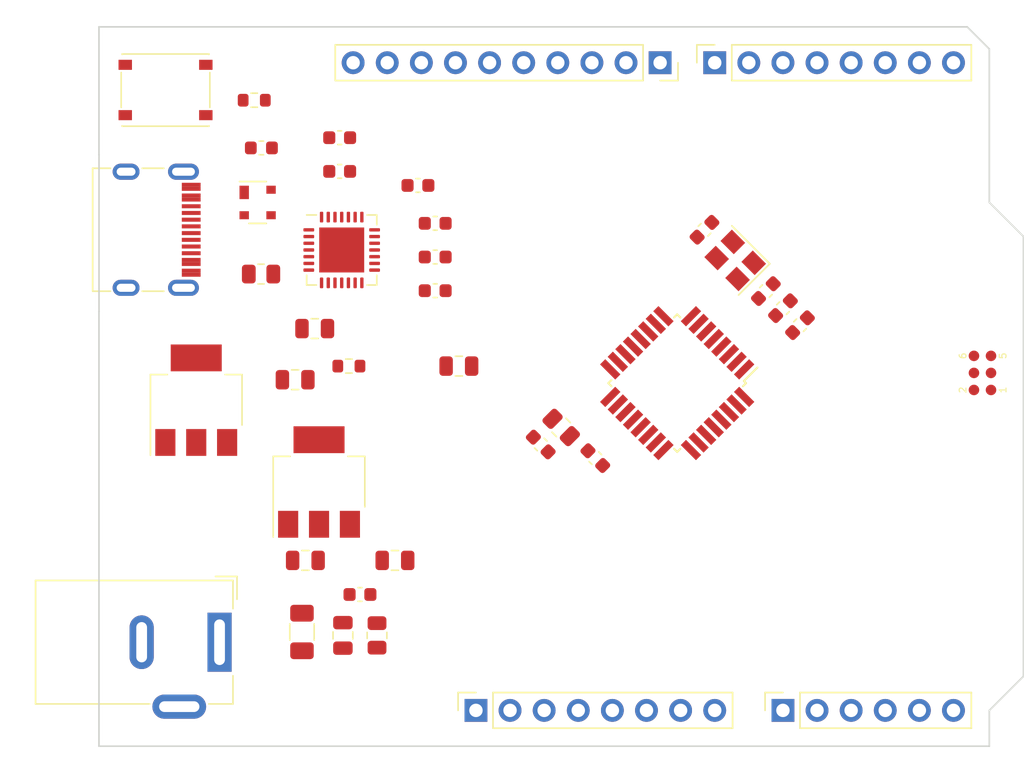
<source format=kicad_pcb>
(kicad_pcb (version 20221018) (generator pcbnew)
  (layers (0 "F.Cu" signal) (31 "B.Cu" signal) (34 "B.Paste" user) (35 "F.Paste" user) (36 "B.SilkS" user "B.Silkscreen") (37 "F.SilkS" user "F.Silkscreen") (38 "B.Mask" user) (39 "F.Mask" user) (44 "Edge.Cuts" user))
  (net 0 "")
  (net 1 "+5V")
  (net 2 "GND")
  (net 3 "/AREF")
  (net 4 "Net-(C101-Pad1)")
  (net 5 "/XTAL1")
  (net 6 "/XTAL2")
  (net 7 "VBUS")
  (net 8 "+3V3")
  (net 9 "Net-(C201-Pad1)")
  (net 10 "/CP2102 - USB to TTL/D_P")
  (net 11 "/CP2102 - USB to TTL/D_N")
  (net 12 "Net-(F101-Pad1)")
  (net 13 "/~{RESET}")
  (net 14 "/PD0")
  (net 15 "/PD1")
  (net 16 "/PD2")
  (net 17 "/PD3")
  (net 18 "/PD4")
  (net 19 "/PD5")
  (net 20 "/PD6")
  (net 21 "/PD7")
  (net 22 "/PC0")
  (net 23 "/PC1")
  (net 24 "/PC2")
  (net 25 "/PC3")
  (net 26 "/PC4")
  (net 27 "/PC5")
  (net 28 "/PB0")
  (net 29 "/PB1")
  (net 30 "/PB2")
  (net 31 "/PB3")
  (net 32 "/PB4")
  (net 33 "/PB5")
  (net 34 "/ADC6")
  (net 35 "/ADC7")
  (net 36 "Net-(J201-CC1)")
  (net 38 "Net-(J201-CC2)")
  (net 41 "Net-(SW101-A)")
  (net 63 "Net-(U301-VDD)")
  (net 64 "Net-(D201-K-Pad4)")
  (net 65 "Net-(U103-AVCC)")
  (footprint "Resistor_SMD:R_0603_1608Metric" (layer "F.Cu") (at 104.839 89.916)
    (fp_text reference "R102" hide)
    (fp_text value "330")
    (fp_line (start -0.237258 -0.5225) (end 0.237258 -0.5225) (stroke (width 0.12)) (layer "F.SilkS"))
    (fp_line (start -0.237258 0.5225) (end 0.237258 0.5225) (stroke (width 0.12)) (layer "F.SilkS"))
    (pad "1" smd roundrect (at -0.825 0) (size 0.8 0.95) (layers "F.Cu" "F.Paste" "F.Mask") (net 13 "/~{RESET}"))
    (pad "2" smd roundrect (at 0.825 0) (size 0.8 0.95) (layers "F.Cu" "F.Paste" "F.Mask") (net 41 "Net-(SW101-A)"))
  )
  (footprint "Resistor_SMD:R_0805_2012Metric" (layer "F.Cu") (at 120.65 94.488 135)
    (fp_text reference "FB102" hide)
    (fp_text value "FerriteBead_Small")
    (fp_line (start -0.227064 -0.735) (end 0.227064 -0.735) (stroke (width 0.12)) (layer "F.SilkS"))
    (fp_line (start -0.227064 0.735) (end 0.227064 0.735) (stroke (width 0.12)) (layer "F.SilkS"))
    (pad "1" smd roundrect (at -0.9125 0 135) (size 1.025 1.4) (layers "F.Cu" "F.Paste" "F.Mask") (roundrect_rratio 0.243902) (net 65 "Net-(U103-AVCC)"))
    (pad "2" smd roundrect (at 0.9125 0 135) (size 1.025 1.4) (layers "F.Cu" "F.Paste" "F.Mask") (roundrect_rratio 0.243902) (net 1 "+5V"))
  )
  (footprint "Capacitor_SMD:C_0603_1608Metric" (layer "F.Cu") (at 111.265 79.278)
    (fp_text reference "C301" hide)
    (fp_text value "100nF")
    (fp_line (start -0.14058 -0.51) (end 0.14058 -0.51) (stroke (width 0.12)) (layer "F.SilkS"))
    (fp_line (start -0.14058 0.51) (end 0.14058 0.51) (stroke (width 0.12)) (layer "F.SilkS"))
    (pad "1" smd roundrect (at -0.775 0) (size 0.9 0.95) (layers "F.Cu" "F.Paste" "F.Mask") (net 63 "Net-(U301-VDD)"))
    (pad "2" smd roundrect (at 0.775 0) (size 0.9 0.95) (layers "F.Cu" "F.Paste" "F.Mask") (net 2 "GND"))
  )
  (footprint "Connector_PinSocket_2.54mm:PinSocket_1x08_P2.54mm_Vertical" (layer "F.Cu") (at 114.3 115.57 90)
    (fp_text reference "J105" hide)
    (fp_text value "Conn_01x08")
    (fp_line (start -1.33 1.27) (end -1.33 19.11) (stroke (width 0.12)) (layer "F.SilkS"))
    (fp_line (start -1.33 1.27) (end 1.33 1.27) (stroke (width 0.12)) (layer "F.SilkS"))
    (fp_line (start -1.33 19.11) (end 1.33 19.11) (stroke (width 0.12)) (layer "F.SilkS"))
    (fp_line (start 0 -1.33) (end 1.33 -1.33) (stroke (width 0.12)) (layer "F.SilkS"))
    (fp_line (start 1.33 -1.33) (end 1.33 0) (stroke (width 0.12)) (layer "F.SilkS"))
    (fp_line (start 1.33 1.27) (end 1.33 19.11) (stroke (width 0.12)) (layer "F.SilkS"))
    (pad "1" thru_hole rect locked (at 0 0 90) (size 1.7 1.7) (drill 1) (layers "*.Cu" "*.Mask"))
    (pad "2" thru_hole oval locked (at 0 2.54 90) (size 1.7 1.7) (drill 1) (layers "*.Cu" "*.Mask") (net 1 "+5V"))
    (pad "3" thru_hole oval locked (at 0 5.08 90) (size 1.7 1.7) (drill 1) (layers "*.Cu" "*.Mask") (net 13 "/~{RESET}"))
    (pad "4" thru_hole oval locked (at 0 7.62 90) (size 1.7 1.7) (drill 1) (layers "*.Cu" "*.Mask") (net 8 "+3V3"))
    (pad "5" thru_hole oval locked (at 0 10.16 90) (size 1.7 1.7) (drill 1) (layers "*.Cu" "*.Mask") (net 1 "+5V"))
    (pad "6" thru_hole oval locked (at 0 12.7 90) (size 1.7 1.7) (drill 1) (layers "*.Cu" "*.Mask") (net 2 "GND"))
    (pad "7" thru_hole oval locked (at 0 15.24 90) (size 1.7 1.7) (drill 1) (layers "*.Cu" "*.Mask") (net 2 "GND"))
    (pad "8" thru_hole oval locked (at 0 17.78 90) (size 1.7 1.7) (drill 1) (layers "*.Cu" "*.Mask"))
  )
  (footprint "Capacitor_SMD:C_0603_1608Metric" (layer "F.Cu") (at 119.126 95.758 -45)
    (fp_text reference "C112" hide)
    (fp_text value "100nF")
    (fp_line (start -0.14058 -0.51) (end 0.14058 -0.51) (stroke (width 0.12)) (layer "F.SilkS"))
    (fp_line (start -0.14058 0.51) (end 0.14058 0.51) (stroke (width 0.12)) (layer "F.SilkS"))
    (pad "1" smd roundrect (at -0.775 0 315) (size 0.9 0.95) (layers "F.Cu" "F.Paste" "F.Mask") (net 1 "+5V"))
    (pad "2" smd roundrect (at 0.775 0 315) (size 0.9 0.95) (layers "F.Cu" "F.Paste" "F.Mask") (net 2 "GND"))
  )
  (footprint "Capacitor_SMD:C_0805_2012Metric" (layer "F.Cu") (at 108.27 104.394)
    (fp_text reference "C103" hide)
    (fp_text value "10uF")
    (fp_line (start -0.261252 -0.735) (end 0.261252 -0.735) (stroke (width 0.12)) (layer "F.SilkS"))
    (fp_line (start -0.261252 0.735) (end 0.261252 0.735) (stroke (width 0.12)) (layer "F.SilkS"))
    (pad "1" smd roundrect (at -0.95 0) (size 1 1.45) (layers "F.Cu" "F.Paste" "F.Mask") (net 7 "VBUS"))
    (pad "2" smd roundrect (at 0.95 0) (size 1 1.45) (layers "F.Cu" "F.Paste" "F.Mask") (net 2 "GND"))
  )
  (footprint "Resistor_SMD:R_0805_2012Metric" (layer "F.Cu") (at 98.298 83.058)
    (fp_text reference "FB201" hide)
    (fp_text value "FerriteBead_Small")
    (fp_line (start -0.227064 -0.735) (end 0.227064 -0.735) (stroke (width 0.12)) (layer "F.SilkS"))
    (fp_line (start -0.227064 0.735) (end 0.227064 0.735) (stroke (width 0.12)) (layer "F.SilkS"))
    (pad "1" smd roundrect (at -0.9125 0) (size 1.025 1.4) (layers "F.Cu" "F.Paste" "F.Mask") (roundrect_rratio 0.243902) (net 9 "Net-(C201-Pad1)"))
    (pad "2" smd roundrect (at 0.9125 0) (size 1.025 1.4) (layers "F.Cu" "F.Paste" "F.Mask") (roundrect_rratio 0.243902) (net 7 "VBUS"))
  )
  (footprint "Package_TO_SOT_SMD:SOT-223-3_TabPin2" (layer "F.Cu") (at 102.616 98.552 90)
    (fp_text reference "U101" hide)
    (fp_text value "AMS1117-5.0")
    (fp_line (start -4.1 -3.41) (end 1.91 -3.41) (stroke (width 0.12)) (layer "F.SilkS"))
    (fp_line (start -1.85 3.41) (end 1.91 3.41) (stroke (width 0.12)) (layer "F.SilkS"))
    (fp_line (start 1.91 -3.41) (end 1.91 -2.15) (stroke (width 0.12)) (layer "F.SilkS"))
    (fp_line (start 1.91 3.41) (end 1.91 2.15) (stroke (width 0.12)) (layer "F.SilkS"))
    (pad "1" smd rect (at -3.15 -2.3 90) (size 2 1.5) (layers "F.Cu" "F.Paste" "F.Mask") (net 2 "GND"))
    (pad "2" smd rect (at -3.15 0 90) (size 2 1.5) (layers "F.Cu" "F.Paste" "F.Mask") (net 1 "+5V"))
    (pad "2" smd rect (at 3.15 0 90) (size 2 3.8) (layers "F.Cu" "F.Paste" "F.Mask") (net 1 "+5V"))
    (pad "3" smd rect (at -3.15 2.3 90) (size 2 1.5) (layers "F.Cu" "F.Paste" "F.Mask") (net 7 "VBUS"))
  )
  (footprint "Connector_TAG:TC2030-IDC-NL" (layer "F.Cu") (at 152.019 90.424 90)
    (fp_text reference "J106" hide)
    (fp_text value "AVR-ISP-6")
    (fp_text user "2" (at -1.27 -1.4605 90) (layer "F.SilkS") (effects (font (size 0.5 0.5) (thickness 0.08))))
    (fp_text user "6" (at 1.27 -1.4605 90) (layer "F.SilkS") (effects (font (size 0.5 0.5) (thickness 0.08))))
    (fp_text user "5" (at 1.27 1.524 90) (layer "F.SilkS") (effects (font (size 0.5 0.5) (thickness 0.08))))
    (fp_text user "1" (at -1.27 1.524 90) (layer "F.SilkS") (effects (font (size 0.5 0.5) (thickness 0.08))))
    (pad "" np_thru_hole circle (at -2.54 0 90) (size 0.991 0.991) (drill 0.991) (layers "*.Cu" "*.Mask"))
    (pad "" np_thru_hole circle (at 2.54 -1.015 90) (size 0.991 0.991) (drill 0.991) (layers "*.Cu" "*.Mask"))
    (pad "" np_thru_hole circle (at 2.54 1.015 90) (size 0.991 0.991) (drill 0.991) (layers "*.Cu" "*.Mask"))
    (pad "1" smd circle (at -1.27 0.635 90) (size 0.787 0.787) (layers "F.Cu" "F.Mask") (net 32 "/PB4"))
    (pad "2" smd circle (at -1.27 -0.635 90) (size 0.787 0.787) (layers "F.Cu" "F.Mask") (net 1 "+5V"))
    (pad "3" smd circle (at 0 0.635 90) (size 0.787 0.787) (layers "F.Cu" "F.Mask") (net 33 "/PB5"))
    (pad "4" smd circle (at 0 -0.635 90) (size 0.787 0.787) (layers "F.Cu" "F.Mask") (net 31 "/PB3"))
    (pad "5" smd circle (at 1.27 0.635 90) (size 0.787 0.787) (layers "F.Cu" "F.Mask") (net 13 "/~{RESET}"))
    (pad "6" smd circle (at 1.27 -0.635 90) (size 0.787 0.787) (layers "F.Cu" "F.Mask") (net 2 "GND"))
  )
  (footprint "Connector_PinSocket_2.54mm:PinSocket_1x10_P2.54mm_Vertical" (layer "F.Cu") (at 128.016 67.31 -90)
    (fp_text reference "J104" hide)
    (fp_text value "Conn_01x10")
    (fp_line (start -1.33 1.27) (end -1.33 24.19) (stroke (width 0.12)) (layer "F.SilkS"))
    (fp_line (start -1.33 1.27) (end 1.33 1.27) (stroke (width 0.12)) (layer "F.SilkS"))
    (fp_line (start -1.33 24.19) (end 1.33 24.19) (stroke (width 0.12)) (layer "F.SilkS"))
    (fp_line (start 0 -1.33) (end 1.33 -1.33) (stroke (width 0.12)) (layer "F.SilkS"))
    (fp_line (start 1.33 -1.33) (end 1.33 0) (stroke (width 0.12)) (layer "F.SilkS"))
    (fp_line (start 1.33 1.27) (end 1.33 24.19) (stroke (width 0.12)) (layer "F.SilkS"))
    (pad "1" thru_hole rect locked (at 0 0 270) (size 1.7 1.7) (drill 1) (layers "*.Cu" "*.Mask") (net 28 "/PB0"))
    (pad "2" thru_hole oval locked (at 0 2.54 270) (size 1.7 1.7) (drill 1) (layers "*.Cu" "*.Mask") (net 29 "/PB1"))
    (pad "3" thru_hole oval locked (at 0 5.08 270) (size 1.7 1.7) (drill 1) (layers "*.Cu" "*.Mask") (net 30 "/PB2"))
    (pad "4" thru_hole oval locked (at 0 7.62 270) (size 1.7 1.7) (drill 1) (layers "*.Cu" "*.Mask") (net 31 "/PB3"))
    (pad "5" thru_hole oval locked (at 0 10.16 270) (size 1.7 1.7) (drill 1) (layers "*.Cu" "*.Mask") (net 32 "/PB4"))
    (pad "6" thru_hole oval locked (at 0 12.7 270) (size 1.7 1.7) (drill 1) (layers "*.Cu" "*.Mask") (net 33 "/PB5"))
    (pad "7" thru_hole oval locked (at 0 15.24 270) (size 1.7 1.7) (drill 1) (layers "*.Cu" "*.Mask") (net 2 "GND"))
    (pad "8" thru_hole oval locked (at 0 17.78 270) (size 1.7 1.7) (drill 1) (layers "*.Cu" "*.Mask") (net 3 "/AREF"))
    (pad "9" thru_hole oval locked (at 0 20.32 270) (size 1.7 1.7) (drill 1) (layers "*.Cu" "*.Mask") (net 34 "/ADC6"))
    (pad "10" thru_hole oval locked (at 0 22.86 270) (size 1.7 1.7) (drill 1) (layers "*.Cu" "*.Mask") (net 35 "/ADC7"))
  )
  (footprint "Package_QFP:TQFP-32_7x7mm_P0.8mm" (layer "F.Cu") (at 129.286 91.186 -135)
    (fp_text reference "U103" hide)
    (fp_text value "ATmega328P-AU")
    (fp_line (start -3.625 -3.625) (end -3.625 -3.4) (stroke (width 0.15)) (layer "F.SilkS"))
    (fp_line (start -3.625 -3.625) (end -3.3 -3.625) (stroke (width 0.15)) (layer "F.SilkS"))
    (fp_line (start -3.625 -3.4) (end -5.05 -3.4) (stroke (width 0.15)) (layer "F.SilkS"))
    (fp_line (start -3.625 3.625) (end -3.625 3.3) (stroke (width 0.15)) (layer "F.SilkS"))
    (fp_line (start -3.625 3.625) (end -3.3 3.625) (stroke (width 0.15)) (layer "F.SilkS"))
    (fp_line (start 3.625 -3.625) (end 3.3 -3.625) (stroke (width 0.15)) (layer "F.SilkS"))
    (fp_line (start 3.625 -3.625) (end 3.625 -3.3) (stroke (width 0.15)) (layer "F.SilkS"))
    (fp_line (start 3.625 3.625) (end 3.3 3.625) (stroke (width 0.15)) (layer "F.SilkS"))
    (fp_line (start 3.625 3.625) (end 3.625 3.3) (stroke (width 0.15)) (layer "F.SilkS"))
    (pad "1" smd rect (at -4.25 -2.8 225) (size 1.6 0.55) (layers "F.Cu" "F.Paste" "F.Mask") (net 17 "/PD3"))
    (pad "2" smd rect (at -4.25 -2 225) (size 1.6 0.55) (layers "F.Cu" "F.Paste" "F.Mask") (net 18 "/PD4"))
    (pad "3" smd rect (at -4.25 -1.2 225) (size 1.6 0.55) (layers "F.Cu" "F.Paste" "F.Mask") (net 2 "GND"))
    (pad "4" smd rect (at -4.25 -0.4 225) (size 1.6 0.55) (layers "F.Cu" "F.Paste" "F.Mask") (net 1 "+5V"))
    (pad "5" smd rect (at -4.25 0.4 225) (size 1.6 0.55) (layers "F.Cu" "F.Paste" "F.Mask") (net 2 "GND"))
    (pad "6" smd rect (at -4.25 1.2 225) (size 1.6 0.55) (layers "F.Cu" "F.Paste" "F.Mask") (net 1 "+5V"))
    (pad "7" smd rect (at -4.25 2 225) (size 1.6 0.55) (layers "F.Cu" "F.Paste" "F.Mask") (net 5 "/XTAL1"))
    (pad "8" smd rect (at -4.25 2.8 225) (size 1.6 0.55) (layers "F.Cu" "F.Paste" "F.Mask") (net 6 "/XTAL2"))
    (pad "9" smd rect (at -2.8 4.25 315) (size 1.6 0.55) (layers "F.Cu" "F.Paste" "F.Mask") (net 19 "/PD5"))
    (pad "10" smd rect (at -2 4.25 315) (size 1.6 0.55) (layers "F.Cu" "F.Paste" "F.Mask") (net 20 "/PD6"))
    (pad "11" smd rect (at -1.2 4.25 315) (size 1.6 0.55) (layers "F.Cu" "F.Paste" "F.Mask") (net 21 "/PD7"))
    (pad "12" smd rect (at -0.4 4.25 315) (size 1.6 0.55) (layers "F.Cu" "F.Paste" "F.Mask") (net 28 "/PB0"))
    (pad "13" smd rect (at 0.4 4.25 315) (size 1.6 0.55) (layers "F.Cu" "F.Paste" "F.Mask") (net 29 "/PB1"))
    (pad "14" smd rect (at 1.2 4.25 315) (size 1.6 0.55) (layers "F.Cu" "F.Paste" "F.Mask") (net 30 "/PB2"))
    (pad "15" smd rect (at 2 4.25 315) (size 1.6 0.55) (layers "F.Cu" "F.Paste" "F.Mask") (net 31 "/PB3"))
    (pad "16" smd rect (at 2.8 4.25 315) (size 1.6 0.55) (layers "F.Cu" "F.Paste" "F.Mask") (net 32 "/PB4"))
    (pad "17" smd rect (at 4.25 2.8 225) (size 1.6 0.55) (layers "F.Cu" "F.Paste" "F.Mask") (net 33 "/PB5"))
    (pad "18" smd rect (at 4.25 2 225) (size 1.6 0.55) (layers "F.Cu" "F.Paste" "F.Mask") (net 65 "Net-(U103-AVCC)"))
    (pad "19" smd rect (at 4.25 1.2 225) (size 1.6 0.55) (layers "F.Cu" "F.Paste" "F.Mask") (net 34 "/ADC6"))
    (pad "20" smd rect (at 4.25 0.4 225) (size 1.6 0.55) (layers "F.Cu" "F.Paste" "F.Mask") (net 3 "/AREF"))
    (pad "21" smd rect (at 4.25 -0.4 225) (size 1.6 0.55) (layers "F.Cu" "F.Paste" "F.Mask") (net 2 "GND"))
    (pad "22" smd rect (at 4.25 -1.2 225) (size 1.6 0.55) (layers "F.Cu" "F.Paste" "F.Mask") (net 35 "/ADC7"))
    (pad "23" smd rect (at 4.25 -2 225) (size 1.6 0.55) (layers "F.Cu" "F.Paste" "F.Mask") (net 22 "/PC0"))
    (pad "24" smd rect (at 4.25 -2.8 225) (size 1.6 0.55) (layers "F.Cu" "F.Paste" "F.Mask") (net 23 "/PC1"))
    (pad "25" smd rect (at 2.8 -4.25 315) (size 1.6 0.55) (layers "F.Cu" "F.Paste" "F.Mask") (net 24 "/PC2"))
    (pad "26" smd rect (at 2 -4.25 315) (size 1.6 0.55) (layers "F.Cu" "F.Paste" "F.Mask") (net 25 "/PC3"))
    (pad "27" smd rect (at 1.2 -4.25 315) (size 1.6 0.55) (layers "F.Cu" "F.Paste" "F.Mask") (net 26 "/PC4"))
    (pad "28" smd rect (at 0.4 -4.25 315) (size 1.6 0.55) (layers "F.Cu" "F.Paste" "F.Mask") (net 27 "/PC5"))
    (pad "29" smd rect (at -0.4 -4.25 315) (size 1.6 0.55) (layers "F.Cu" "F.Paste" "F.Mask") (net 13 "/~{RESET}"))
    (pad "30" smd rect (at -1.2 -4.25 315) (size 1.6 0.55) (layers "F.Cu" "F.Paste" "F.Mask") (net 14 "/PD0"))
    (pad "31" smd rect (at -2 -4.25 315) (size 1.6 0.55) (layers "F.Cu" "F.Paste" "F.Mask") (net 15 "/PD1"))
    (pad "32" smd rect (at -2.8 -4.25 315) (size 1.6 0.55) (layers "F.Cu" "F.Paste" "F.Mask") (net 16 "/PD2"))
  )
  (footprint "Capacitor_SMD:C_0603_1608Metric" (layer "F.Cu") (at 123.19 96.774 -45)
    (fp_text reference "C107" hide)
    (fp_text value "100nF")
    (fp_line (start -0.14058 -0.51) (end 0.14058 -0.51) (stroke (width 0.12)) (layer "F.SilkS"))
    (fp_line (start -0.14058 0.51) (end 0.14058 0.51) (stroke (width 0.12)) (layer "F.SilkS"))
    (pad "1" smd roundrect (at -0.775 0 315) (size 0.9 0.95) (layers "F.Cu" "F.Paste" "F.Mask") (net 3 "/AREF"))
    (pad "2" smd roundrect (at 0.775 0 315) (size 0.9 0.95) (layers "F.Cu" "F.Paste" "F.Mask") (net 2 "GND"))
  )
  (footprint "User Custom Footprint:USB_C_Receptable_918-418K2023S40001" (layer "F.Cu") (at 91.948 79.756 -90)
    (fp_text reference "J201" hide)
    (fp_text value "USB_C_Receptacle_USB2.0")
    (fp_line (start -4.58 0.885) (end -4.58 2.5) (stroke (width 0.12)) (layer "F.SilkS"))
    (fp_line (start -4.58 4.86) (end -4.58 6.19) (stroke (width 0.12)) (layer "F.SilkS"))
    (fp_line (start -4.58 6.19) (end 4.58 6.19) (stroke (width 0.12)) (layer "F.SilkS"))
    (fp_line (start 4.58 0.885) (end 4.58 2.5) (stroke (width 0.12)) (layer "F.SilkS"))
    (fp_line (start 4.58 4.86) (end 4.58 6.16) (stroke (width 0.12)) (layer "F.SilkS"))
    (pad "" np_thru_hole circle (at -2.89 0 270) (size 0.6 0.6) (drill 0.6) (layers "F&B.Cu" "*.Mask"))
    (pad "" np_thru_hole oval (at 2.89 0 270) (size 0.95 0.6) (drill oval 0.95 0.6) (layers "F&B.Cu" "*.Mask"))
    (pad "A1" smd rect (at -3.35 -1.15 270) (size 0.3 1.4) (layers "F.Cu" "F.Paste" "F.Mask") (net 2 "GND"))
    (pad "A4" smd rect (at -2.55 -1.15 270) (size 0.3 1.4) (layers "F.Cu" "F.Paste" "F.Mask") (net 64 "Net-(D201-K-Pad4)"))
    (pad "A5" smd rect (at -1.25 -1.15 270) (size 0.3 1.4) (layers "F.Cu" "F.Paste" "F.Mask") (net 36 "Net-(J201-CC1)"))
    (pad "A6" smd rect (at -0.25 -1.15 270) (size 0.3 1.4) (layers "F.Cu" "F.Paste" "F.Mask") (net 10 "/CP2102 - USB to TTL/D_P"))
    (pad "A7" smd rect (at 0.25 -1.15 270) (size 0.3 1.4) (layers "F.Cu" "F.Paste" "F.Mask") (net 11 "/CP2102 - USB to TTL/D_N"))
    (pad "A8" smd rect (at 1.25 -1.15 270) (size 0.3 1.4) (layers "F.Cu" "F.Paste" "F.Mask"))
    (pad "A9" smd rect (at 2.55 -1.15 270) (size 0.3 1.4) (layers "F.Cu" "F.Paste" "F.Mask") (net 64 "Net-(D201-K-Pad4)"))
    (pad "A12" smd rect (at 3.35 -1.15 270) (size 0.3 1.4) (layers "F.Cu" "F.Paste" "F.Mask") (net 2 "GND"))
    (pad "B1" smd rect (at 3.05 -1.15 270) (size 0.3 1.4) (layers "F.Cu" "F.Paste" "F.Mask") (net 2 "GND"))
    (pad "B4" smd rect (at 2.25 -1.15 270) (size 0.3 1.4) (layers "F.Cu" "F.Paste" "F.Mask") (net 64 "Net-(D201-K-Pad4)"))
    (pad "B5" smd rect (at 1.75 -1.15 270) (size 0.3 1.4) (layers "F.Cu" "F.Paste" "F.Mask") (net 38 "Net-(J201-CC2)"))
    (pad "B6" smd rect (at 0.75 -1.15 270) (size 0.3 1.4) (layers "F.Cu" "F.Paste" "F.Mask") (net 10 "/CP2102 - USB to TTL/D_P"))
    (pad "B7" smd rect (at -0.75 -1.15 270) (size 0.3 1.4) (layers "F.Cu" "F.Paste" "F.Mask") (net 11 "/CP2102 - USB to TTL/D_N"))
    (pad "B8" smd rect (at -1.75 -1.15 270) (size 0.3 1.4) (layers "F.Cu" "F.Paste" "F.Mask"))
    (pad "B9" smd rect (at -2.25 -1.15 270) (size 0.3 1.4) (layers "F.Cu" "F.Paste" "F.Mask") (net 64 "Net-(D201-K-Pad4)"))
    (pad "B12" smd rect (at -3.05 -1.15 270) (size 0.3 1.4) (layers "F.Cu" "F.Paste" "F.Mask") (net 2 "GND"))
    (pad "S1" thru_hole oval (at -4.325 -0.575 270) (size 1.2 2.3) (drill oval 0.6 1.7) (layers "*.Cu" "*.Mask") (net 2 "GND"))
    (pad "S1" thru_hole oval (at -4.325 3.7 270) (size 1.2 2) (drill oval 0.6 1.4) (layers "*.Cu" "*.Mask") (net 2 "GND"))
    (pad "S1" thru_hole oval (at 4.325 -0.575 270) (size 1.2 2.3) (drill oval 0.6 1.7) (layers "*.Cu" "*.Mask") (net 2 "GND"))
    (pad "S1" thru_hole oval (at 4.325 3.7 270) (size 1.2 2) (drill oval 0.6 1.4) (layers "*.Cu" "*.Mask") (net 2 "GND"))
  )
  (footprint "Capacitor_SMD:C_0603_1608Metric" (layer "F.Cu") (at 135.89 84.328 -135)
    (fp_text reference "C105" hide)
    (fp_text value "22pF")
    (fp_line (start -0.14058 -0.51) (end 0.14058 -0.51) (stroke (width 0.12)) (layer "F.SilkS"))
    (fp_line (start -0.14058 0.51) (end 0.14058 0.51) (stroke (width 0.12)) (layer "F.SilkS"))
    (pad "1" smd roundrect (at -0.775 0 225) (size 0.9 0.95) (layers "F.Cu" "F.Paste" "F.Mask") (net 5 "/XTAL1"))
    (pad "2" smd roundrect (at 0.775 0 225) (size 0.9 0.95) (layers "F.Cu" "F.Paste" "F.Mask") (net 2 "GND"))
  )
  (footprint "Package_DFN_QFN:QFN-28-1EP_5x5mm_P0.5mm_EP3.35x3.35mm" (layer "F.Cu") (at 104.304 81.264)
    (fp_text reference "U301" hide)
    (fp_text value "CP2102-GMR")
    (fp_line (start -2.61 2.61) (end -2.61 1.885) (stroke (width 0.12)) (layer "F.SilkS"))
    (fp_line (start -1.885 -2.61) (end -2.61 -2.61) (stroke (width 0.12)) (layer "F.SilkS"))
    (fp_line (start -1.885 2.61) (end -2.61 2.61) (stroke (width 0.12)) (layer "F.SilkS"))
    (fp_line (start 1.885 -2.61) (end 2.61 -2.61) (stroke (width 0.12)) (layer "F.SilkS"))
    (fp_line (start 1.885 2.61) (end 2.61 2.61) (stroke (width 0.12)) (layer "F.SilkS"))
    (fp_line (start 2.61 -2.61) (end 2.61 -1.885) (stroke (width 0.12)) (layer "F.SilkS"))
    (fp_line (start 2.61 2.61) (end 2.61 1.885) (stroke (width 0.12)) (layer "F.SilkS"))
    (pad "1" smd roundrect (at -2.45 -1.5) (size 0.8 0.25) (layers "F.Cu" "F.Paste" "F.Mask"))
    (pad "2" smd roundrect (at -2.45 -1) (size 0.8 0.25) (layers "F.Cu" "F.Paste" "F.Mask"))
    (pad "3" smd roundrect (at -2.45 -0.5) (size 0.8 0.25) (layers "F.Cu" "F.Paste" "F.Mask") (net 2 "GND"))
    (pad "4" smd roundrect (at -2.45 0) (size 0.8 0.25) (layers "F.Cu" "F.Paste" "F.Mask") (net 10 "/CP2102 - USB to TTL/D_P"))
    (pad "5" smd roundrect (at -2.45 0.5) (size 0.8 0.25) (layers "F.Cu" "F.Paste" "F.Mask") (net 11 "/CP2102 - USB to TTL/D_N"))
    (pad "6" smd roundrect (at -2.45 1) (size 0.8 0.25) (layers "F.Cu" "F.Paste" "F.Mask") (net 63 "Net-(U301-VDD)"))
    (pad "7" smd roundrect (at -2.45 1.5) (size 0.8 0.25) (layers "F.Cu" "F.Paste" "F.Mask") (net 7 "VBUS"))
    (pad "8" smd roundrect (at -1.5 2.45) (size 0.25 0.8) (layers "F.Cu" "F.Paste" "F.Mask") (net 7 "VBUS"))
    (pad "9" smd roundrect (at -1 2.45) (size 0.25 0.8) (layers "F.Cu" "F.Paste" "F.Mask"))
    (pad "10" smd roundrect (at -0.5 2.45) (size 0.25 0.8) (layers "F.Cu" "F.Paste" "F.Mask"))
    (pad "11" smd roundrect (at 0 2.45) (size 0.25 0.8) (layers "F.Cu" "F.Paste" "F.Mask"))
    (pad "12" smd roundrect (at 0.5 2.45) (size 0.25 0.8) (layers "F.Cu" "F.Paste" "F.Mask"))
    (pad "13" smd roundrect (at 1 2.45) (size 0.25 0.8) (layers "F.Cu" "F.Paste" "F.Mask"))
    (pad "14" smd roundrect (at 1.5 2.45) (size 0.25 0.8) (layers "F.Cu" "F.Paste" "F.Mask"))
    (pad "15" smd roundrect (at 2.45 1.5) (size 0.8 0.25) (layers "F.Cu" "F.Paste" "F.Mask"))
    (pad "16" smd roundrect (at 2.45 1) (size 0.8 0.25) (layers "F.Cu" "F.Paste" "F.Mask"))
    (pad "17" smd roundrect (at 2.45 0.5) (size 0.8 0.25) (layers "F.Cu" "F.Paste" "F.Mask"))
    (pad "18" smd roundrect (at 2.45 0) (size 0.8 0.25) (layers "F.Cu" "F.Paste" "F.Mask"))
    (pad "19" smd roundrect (at 2.45 -0.5) (size 0.8 0.25) (layers "F.Cu" "F.Paste" "F.Mask"))
    (pad "20" smd roundrect (at 2.45 -1) (size 0.8 0.25) (layers "F.Cu" "F.Paste" "F.Mask"))
    (pad "21" smd roundrect (at 2.45 -1.5) (size 0.8 0.25) (layers "F.Cu" "F.Paste" "F.Mask"))
    (pad "22" smd roundrect (at 1.5 -2.45) (size 0.25 0.8) (layers "F.Cu" "F.Paste" "F.Mask"))
    (pad "23" smd roundrect (at 1 -2.45) (size 0.25 0.8) (layers "F.Cu" "F.Paste" "F.Mask"))
    (pad "24" smd roundrect (at 0.5 -2.45) (size 0.25 0.8) (layers "F.Cu" "F.Paste" "F.Mask"))
    (pad "25" smd roundrect (at 0 -2.45) (size 0.25 0.8) (layers "F.Cu" "F.Paste" "F.Mask") (net 14 "/PD0"))
    (pad "26" smd roundrect (at -0.5 -2.45) (size 0.25 0.8) (layers "F.Cu" "F.Paste" "F.Mask") (net 15 "/PD1"))
    (pad "27" smd roundrect (at -1 -2.45) (size 0.25 0.8) (layers "F.Cu" "F.Paste" "F.Mask"))
    (pad "28" smd roundrect (at -1.5 -2.45) (size 0.25 0.8) (layers "F.Cu" "F.Paste" "F.Mask"))
    (pad "29" smd rect (at 0 0) (size 3.35 3.35) (layers "F.Cu" "F.Mask") (net 2 "GND"))
  )
  (footprint "Capacitor_SMD:C_0805_2012Metric" (layer "F.Cu") (at 100.838 90.932)
    (fp_text reference "C109" hide)
    (fp_text value "22uF")
    (fp_line (start -0.261252 -0.735) (end 0.261252 -0.735) (stroke (width 0.12)) (layer "F.SilkS"))
    (fp_line (start -0.261252 0.735) (end 0.261252 0.735) (stroke (width 0.12)) (layer "F.SilkS"))
    (pad "1" smd roundrect (at -0.95 0) (size 1 1.45) (layers "F.Cu" "F.Paste" "F.Mask") (net 8 "+3V3"))
    (pad "2" smd roundrect (at 0.95 0) (size 1 1.45) (layers "F.Cu" "F.Paste" "F.Mask") (net 2 "GND"))
  )
  (footprint "Capacitor_SMD:C_0603_1608Metric" (layer "F.Cu") (at 104.153 75.408)
    (fp_text reference "R202" hide)
    (fp_text value "5K1")
    (fp_line (start -0.14058 -0.51) (end 0.14058 -0.51) (stroke (width 0.12)) (layer "F.SilkS"))
    (fp_line (start -0.14058 0.51) (end 0.14058 0.51) (stroke (width 0.12)) (layer "F.SilkS"))
    (pad "1" smd roundrect (at -0.775 0) (size 0.9 0.95) (layers "F.Cu" "F.Paste" "F.Mask") (net 2 "GND"))
    (pad "2" smd roundrect (at 0.775 0) (size 0.9 0.95) (layers "F.Cu" "F.Paste" "F.Mask") (net 36 "Net-(J201-CC1)"))
  )
  (footprint "Capacitor_SMD:C_0603_1608Metric" (layer "F.Cu") (at 111.265 84.298)
    (fp_text reference "C303" hide)
    (fp_text value "100nF")
    (fp_line (start -0.14058 -0.51) (end 0.14058 -0.51) (stroke (width 0.12)) (layer "F.SilkS"))
    (fp_line (start -0.14058 0.51) (end 0.14058 0.51) (stroke (width 0.12)) (layer "F.SilkS"))
    (pad "1" smd roundrect (at -0.775 0) (size 0.9 0.95) (layers "F.Cu" "F.Paste" "F.Mask") (net 7 "VBUS"))
    (pad "2" smd roundrect (at 0.775 0) (size 0.9 0.95) (layers "F.Cu" "F.Paste" "F.Mask") (net 2 "GND"))
  )
  (footprint "Capacitor_SMD:C_0805_2012Metric" (layer "F.Cu") (at 113.03 89.916)
    (fp_text reference "C108" hide)
    (fp_text value "10uF")
    (fp_line (start -0.261252 -0.735) (end 0.261252 -0.735) (stroke (width 0.12)) (layer "F.SilkS"))
    (fp_line (start -0.261252 0.735) (end 0.261252 0.735) (stroke (width 0.12)) (layer "F.SilkS"))
    (pad "1" smd roundrect (at -0.95 0) (size 1 1.45) (layers "F.Cu" "F.Paste" "F.Mask") (net 1 "+5V"))
    (pad "2" smd roundrect (at 0.95 0) (size 1 1.45) (layers "F.Cu" "F.Paste" "F.Mask") (net 2 "GND"))
  )
  (footprint "Connector_PinSocket_2.54mm:PinSocket_1x06_P2.54mm_Vertical" (layer "F.Cu") (at 137.16 115.57 90)
    (fp_text reference "J102" hide)
    (fp_text value "Conn_01x06")
    (fp_line (start -1.33 1.27) (end -1.33 14.03) (stroke (width 0.12)) (layer "F.SilkS"))
    (fp_line (start -1.33 1.27) (end 1.33 1.27) (stroke (width 0.12)) (layer "F.SilkS"))
    (fp_line (start -1.33 14.03) (end 1.33 14.03) (stroke (width 0.12)) (layer "F.SilkS"))
    (fp_line (start 0 -1.33) (end 1.33 -1.33) (stroke (width 0.12)) (layer "F.SilkS"))
    (fp_line (start 1.33 -1.33) (end 1.33 0) (stroke (width 0.12)) (layer "F.SilkS"))
    (fp_line (start 1.33 1.27) (end 1.33 14.03) (stroke (width 0.12)) (layer "F.SilkS"))
    (pad "1" thru_hole rect locked (at 0 0 90) (size 1.7 1.7) (drill 1) (layers "*.Cu" "*.Mask") (net 22 "/PC0"))
    (pad "2" thru_hole oval locked (at 0 2.54 90) (size 1.7 1.7) (drill 1) (layers "*.Cu" "*.Mask") (net 23 "/PC1"))
    (pad "3" thru_hole oval locked (at 0 5.08 90) (size 1.7 1.7) (drill 1) (layers "*.Cu" "*.Mask") (net 24 "/PC2"))
    (pad "4" thru_hole oval locked (at 0 7.62 90) (size 1.7 1.7) (drill 1) (layers "*.Cu" "*.Mask") (net 25 "/PC3"))
    (pad "5" thru_hole oval locked (at 0 10.16 90) (size 1.7 1.7) (drill 1) (layers "*.Cu" "*.Mask") (net 26 "/PC4"))
    (pad "6" thru_hole oval locked (at 0 12.7 90) (size 1.7 1.7) (drill 1) (layers "*.Cu" "*.Mask") (net 27 "/PC5"))
  )
  (footprint "Resistor_SMD:R_0805_2012Metric" (layer "F.Cu") (at 106.934 109.982 90)
    (fp_text reference "FB101" hide)
    (fp_text value "FerriteBead_Small")
    (fp_line (start -0.227064 -0.735) (end 0.227064 -0.735) (stroke (width 0.12)) (layer "F.SilkS"))
    (fp_line (start -0.227064 0.735) (end 0.227064 0.735) (stroke (width 0.12)) (layer "F.SilkS"))
    (pad "1" smd roundrect (at -0.9125 0 90) (size 1.025 1.4) (layers "F.Cu" "F.Paste" "F.Mask") (roundrect_rratio 0.243902) (net 4 "Net-(C101-Pad1)"))
    (pad "2" smd roundrect (at 0.9125 0 90) (size 1.025 1.4) (layers "F.Cu" "F.Paste" "F.Mask") (roundrect_rratio 0.243902) (net 7 "VBUS"))
  )
  (footprint "Capacitor_SMD:C_0603_1608Metric" (layer "F.Cu") (at 105.664 106.934 180)
    (fp_text reference "C102" hide)
    (fp_text value "100nF")
    (fp_line (start -0.14058 -0.51) (end 0.14058 -0.51) (stroke (width 0.12)) (layer "F.SilkS"))
    (fp_line (start -0.14058 0.51) (end 0.14058 0.51) (stroke (width 0.12)) (layer "F.SilkS"))
    (pad "1" smd roundrect (at -0.775 0 180) (size 0.9 0.95) (layers "F.Cu" "F.Paste" "F.Mask") (net 7 "VBUS"))
    (pad "2" smd roundrect (at 0.775 0 180) (size 0.9 0.95) (layers "F.Cu" "F.Paste" "F.Mask") (net 2 "GND"))
  )
  (footprint "Crystal:Crystal_SMD_3225-4Pin_3.2x2.5mm" (layer "F.Cu") (at 133.604 82.042 135)
    (fp_text reference "Y101" hide)
    (fp_text value "Crystal_GND24_Small")
    (fp_line (start -2 -1.65) (end -2 1.65) (stroke (width 0.12)) (layer "F.SilkS"))
    (fp_line (start -2 1.65) (end 2 1.65) (stroke (width 0.12)) (layer "F.SilkS"))
    (pad "1" smd rect (at -1.1 0.85 135) (size 1.4 1.2) (layers "F.Cu" "F.Paste" "F.Mask") (net 5 "/XTAL1"))
    (pad "2" smd rect (at 1.1 0.85 135) (size 1.4 1.2) (layers "F.Cu" "F.Paste" "F.Mask") (net 2 "GND"))
    (pad "3" smd rect (at 1.1 -0.85 135) (size 1.4 1.2) (layers "F.Cu" "F.Paste" "F.Mask") (net 6 "/XTAL2"))
    (pad "4" smd rect (at -1.1 -0.85 135) (size 1.4 1.2) (layers "F.Cu" "F.Paste" "F.Mask") (net 2 "GND"))
  )
  (footprint "Package_TO_SOT_SMD:SOT-223-3_TabPin2" (layer "F.Cu") (at 93.472 92.456 90)
    (fp_text reference "U102" hide)
    (fp_text value "AMS1117-3.3")
    (fp_line (start -4.1 -3.41) (end 1.91 -3.41) (stroke (width 0.12)) (layer "F.SilkS"))
    (fp_line (start -1.85 3.41) (end 1.91 3.41) (stroke (width 0.12)) (layer "F.SilkS"))
    (fp_line (start 1.91 -3.41) (end 1.91 -2.15) (stroke (width 0.12)) (layer "F.SilkS"))
    (fp_line (start 1.91 3.41) (end 1.91 2.15) (stroke (width 0.12)) (layer "F.SilkS"))
    (pad "1" smd rect (at -3.15 -2.3 90) (size 2 1.5) (layers "F.Cu" "F.Paste" "F.Mask") (net 2 "GND"))
    (pad "2" smd rect (at -3.15 0 90) (size 2 1.5) (layers "F.Cu" "F.Paste" "F.Mask") (net 8 "+3V3"))
    (pad "2" smd rect (at 3.15 0 90) (size 2 3.8) (layers "F.Cu" "F.Paste" "F.Mask") (net 8 "+3V3"))
    (pad "3" smd rect (at -3.15 2.3 90) (size 2 1.5) (layers "F.Cu" "F.Paste" "F.Mask") (net 1 "+5V"))
  )
  (footprint "Capacitor_SMD:C_0603_1608Metric" (layer "F.Cu") (at 138.43 86.868 45)
    (fp_text reference "C111" hide)
    (fp_text value "100nF")
    (fp_line (start -0.14058 -0.51) (end 0.14058 -0.51) (stroke (width 0.12)) (layer "F.SilkS"))
    (fp_line (start -0.14058 0.51) (end 0.14058 0.51) (stroke (width 0.12)) (layer "F.SilkS"))
    (pad "1" smd roundrect (at -0.775 0 45) (size 0.9 0.95) (layers "F.Cu" "F.Paste" "F.Mask") (net 1 "+5V"))
    (pad "2" smd roundrect (at 0.775 0 45) (size 0.9 0.95) (layers "F.Cu" "F.Paste" "F.Mask") (net 2 "GND"))
  )
  (footprint "Capacitor_SMD:C_0603_1608Metric" (layer "F.Cu") (at 131.318 79.756 45)
    (fp_text reference "C106" hide)
    (fp_text value "22pF")
    (fp_line (start -0.14058 -0.51) (end 0.14058 -0.51) (stroke (width 0.12)) (layer "F.SilkS"))
    (fp_line (start -0.14058 0.51) (end 0.14058 0.51) (stroke (width 0.12)) (layer "F.SilkS"))
    (pad "1" smd roundrect (at -0.775 0 45) (size 0.9 0.95) (layers "F.Cu" "F.Paste" "F.Mask") (net 6 "/XTAL2"))
    (pad "2" smd roundrect (at 0.775 0 45) (size 0.9 0.95) (layers "F.Cu" "F.Paste" "F.Mask") (net 2 "GND"))
  )
  (footprint "Capacitor_SMD:C_0805_2012Metric" (layer "F.Cu") (at 104.394 109.982 90)
    (fp_text reference "C101" hide)
    (fp_text value "10uF")
    (fp_line (start -0.261252 -0.735) (end 0.261252 -0.735) (stroke (width 0.12)) (layer "F.SilkS"))
    (fp_line (start -0.261252 0.735) (end 0.261252 0.735) (stroke (width 0.12)) (layer "F.SilkS"))
    (pad "1" smd roundrect (at -0.95 0 90) (size 1 1.45) (layers "F.Cu" "F.Paste" "F.Mask") (net 4 "Net-(C101-Pad1)"))
    (pad "2" smd roundrect (at 0.95 0 90) (size 1 1.45) (layers "F.Cu" "F.Paste" "F.Mask") (net 2 "GND"))
  )
  (footprint "Resistor_SMD:R_0603_1608Metric" (layer "F.Cu") (at 97.79 70.104)
    (fp_text reference "R101" hide)
    (fp_text value "10K")
    (fp_line (start -0.237258 -0.5225) (end 0.237258 -0.5225) (stroke (width 0.12)) (layer "F.SilkS"))
    (fp_line (start -0.237258 0.5225) (end 0.237258 0.5225) (stroke (width 0.12)) (layer "F.SilkS"))
    (pad "1" smd roundrect (at -0.825 0) (size 0.8 0.95) (layers "F.Cu" "F.Paste" "F.Mask") (net 1 "+5V"))
    (pad "2" smd roundrect (at 0.825 0) (size 0.8 0.95) (layers "F.Cu" "F.Paste" "F.Mask") (net 13 "/~{RESET}"))
  )
  (footprint "Package_TO_SOT_SMD:SOT-143" (layer "F.Cu") (at 98.044 77.724)
    (fp_text reference "D201" hide)
    (fp_text value "SP0503BAHT")
    (fp_line (start -0.65 1.56) (end 0.65 1.56) (stroke (width 0.12)) (layer "F.SilkS"))
    (fp_line (start 0.65 -1.56) (end -1.35 -1.56) (stroke (width 0.12)) (layer "F.SilkS"))
    (pad "1" smd rect (at -1 -0.75) (size 0.7 1) (layers "F.Cu" "F.Paste" "F.Mask") (net 2 "GND"))
    (pad "2" smd rect (at -1 0.95) (size 0.7 0.6) (layers "F.Cu" "F.Paste" "F.Mask") (net 10 "/CP2102 - USB to TTL/D_P"))
    (pad "3" smd rect (at 1 0.95) (size 0.7 0.6) (layers "F.Cu" "F.Paste" "F.Mask") (net 11 "/CP2102 - USB to TTL/D_N"))
    (pad "4" smd rect (at 1 -0.95) (size 0.7 0.6) (layers "F.Cu" "F.Paste" "F.Mask") (net 64 "Net-(D201-K-Pad4)"))
  )
  (footprint "Fuse:Fuse_1206_3216Metric" (layer "F.Cu") (at 101.346 109.728 -90)
    (fp_text reference "F101" hide)
    (fp_text value "Polyfuse_Small")
    (fp_line (start -0.602064 -0.91) (end 0.602064 -0.91) (stroke (width 0.12)) (layer "F.SilkS"))
    (fp_line (start -0.602064 0.91) (end 0.602064 0.91) (stroke (width 0.12)) (layer "F.SilkS"))
    (pad "1" smd roundrect (at -1.4 0 270) (size 1.25 1.75) (layers "F.Cu" "F.Paste" "F.Mask") (roundrect_rratio 0.2) (net 12 "Net-(F101-Pad1)"))
    (pad "2" smd roundrect (at 1.4 0 270) (size 1.25 1.75) (layers "F.Cu" "F.Paste" "F.Mask") (roundrect_rratio 0.2) (net 4 "Net-(C101-Pad1)"))
  )
  (footprint "Fuse:Fuse_0603_1608Metric" (layer "F.Cu") (at 98.3235 73.66)
    (fp_text reference "F201" hide)
    (fp_text value "Polyfuse_Small")
    (fp_line (start -0.162779 -0.51) (end 0.162779 -0.51) (stroke (width 0.12)) (layer "F.SilkS"))
    (fp_line (start -0.162779 0.51) (end 0.162779 0.51) (stroke (width 0.12)) (layer "F.SilkS"))
    (pad "1" smd roundrect (at -0.7875 0) (size 0.875 0.95) (layers "F.Cu" "F.Paste" "F.Mask") (net 64 "Net-(D201-K-Pad4)"))
    (pad "2" smd roundrect (at 0.7875 0) (size 0.875 0.95) (layers "F.Cu" "F.Paste" "F.Mask") (net 9 "Net-(C201-Pad1)"))
  )
  (footprint "Capacitor_SMD:C_0805_2012Metric" (layer "F.Cu") (at 101.6 104.394 180)
    (fp_text reference "C104" hide)
    (fp_text value "22uF")
    (fp_line (start -0.261252 -0.735) (end 0.261252 -0.735) (stroke (width 0.12)) (layer "F.SilkS"))
    (fp_line (start -0.261252 0.735) (end 0.261252 0.735) (stroke (width 0.12)) (layer "F.SilkS"))
    (pad "1" smd roundrect (at -0.95 0 180) (size 1 1.45) (layers "F.Cu" "F.Paste" "F.Mask") (net 1 "+5V"))
    (pad "2" smd roundrect (at 0.95 0 180) (size 1 1.45) (layers "F.Cu" "F.Paste" "F.Mask") (net 2 "GND"))
  )
  (footprint "Connector_BarrelJack:BarrelJack_Wuerth_6941xx301002" (layer "F.Cu") (at 95.208 110.49 -90)
    (fp_text reference "J101" hide)
    (fp_text value "Barrel_Jack")
    (fp_line (start -4.9 -1.3) (end -4.9 0.3) (stroke (width 0.12)) (layer "F.SilkS"))
    (fp_line (start -4.6 -1) (end -2.5 -1) (stroke (width 0.12)) (layer "F.SilkS"))
    (fp_line (start -4.6 13.7) (end -4.6 -1) (stroke (width 0.12)) (layer "F.SilkS"))
    (fp_line (start -3.2 -1.3) (end -4.9 -1.3) (stroke (width 0.12)) (layer "F.SilkS"))
    (fp_line (start 2.5 -1) (end 4.6 -1) (stroke (width 0.12)) (layer "F.SilkS"))
    (fp_line (start 4.6 -1) (end 4.6 0.8) (stroke (width 0.12)) (layer "F.SilkS"))
    (fp_line (start 4.6 5.2) (end 4.6 13.7) (stroke (width 0.12)) (layer "F.SilkS"))
    (fp_line (start 4.6 13.7) (end -4.6 13.7) (stroke (width 0.12)) (layer "F.SilkS"))
    (pad "1" thru_hole rect (at 0 0 270) (size 4.4 1.8) (drill oval 3.4 0.8) (layers "*.Cu" "*.Mask") (net 12 "Net-(F101-Pad1)"))
    (pad "2" thru_hole oval (at 0 5.8 270) (size 4 1.8) (drill oval 3 0.8) (layers "*.Cu" "*.Mask") (net 2 "GND"))
    (pad "3" thru_hole oval (at 4.8 3) (size 4 1.8) (drill oval 3 0.8) (layers "*.Cu" "*.Mask") (net 2 "GND"))
  )
  (footprint "User Custom Footprint:XKB-Connectivity-TS-1187A-B-A-B" (layer "F.Cu") (at 91.186 69.342)
    (fp_text reference "SW101" hide)
    (fp_text value "SW_SPST")
    (fp_line (start -3.3 -1.3) (end -3.3 1.3) (stroke (width 0.12)) (layer "F.SilkS"))
    (fp_line (start -3.23 -2.68) (end 3.23 -2.68) (stroke (width 0.12)) (layer "F.SilkS"))
    (fp_line (start -3.23 -2.65) (end -3.23 -2.68) (stroke (width 0.12)) (layer "F.SilkS"))
    (fp_line (start -3.23 2.7) (end -3.23 2.67) (stroke (width 0.12)) (layer "F.SilkS"))
    (fp_line (start -3.23 2.7) (end 3.23 2.7) (stroke (width 0.12)) (layer "F.SilkS"))
    (fp_line (start 3.23 -2.68) (end 3.23 -2.65) (stroke (width 0.12)) (layer "F.SilkS"))
    (fp_line (start 3.23 2.7) (end 3.23 2.67) (stroke (width 0.12)) (layer "F.SilkS"))
    (fp_line (start 3.3 -1.3) (end 3.3 1.3) (stroke (width 0.12)) (layer "F.SilkS"))
    (pad "1" smd rect (at -3 -1.875) (size 1 0.75) (layers "F.Cu" "F.Paste" "F.Mask") (net 41 "Net-(SW101-A)"))
    (pad "1" smd rect (at 3 -1.875) (size 1 0.75) (layers "F.Cu" "F.Paste" "F.Mask") (net 41 "Net-(SW101-A)"))
    (pad "2" smd rect (at -3 1.875) (size 1 0.75) (layers "F.Cu" "F.Paste" "F.Mask") (net 2 "GND"))
    (pad "2" smd rect (at 3 1.875) (size 1 0.75) (layers "F.Cu" "F.Paste" "F.Mask") (net 2 "GND"))
  )
  (footprint "Capacitor_SMD:C_0603_1608Metric" (layer "F.Cu") (at 104.153 72.898)
    (fp_text reference "R201" hide)
    (fp_text value "5K1")
    (fp_line (start -0.14058 -0.51) (end 0.14058 -0.51) (stroke (width 0.12)) (layer "F.SilkS"))
    (fp_line (start -0.14058 0.51) (end 0.14058 0.51) (stroke (width 0.12)) (layer "F.SilkS"))
    (pad "1" smd roundrect (at -0.775 0) (size 0.9 0.95) (layers "F.Cu" "F.Paste" "F.Mask") (net 2 "GND"))
    (pad "2" smd roundrect (at 0.775 0) (size 0.9 0.95) (layers "F.Cu" "F.Paste" "F.Mask") (net 38 "Net-(J201-CC2)"))
  )
  (footprint "Capacitor_SMD:C_0603_1608Metric" (layer "F.Cu") (at 111.265 81.788)
    (fp_text reference "C302" hide)
    (fp_text value "1uF")
    (fp_line (start -0.14058 -0.51) (end 0.14058 -0.51) (stroke (width 0.12)) (layer "F.SilkS"))
    (fp_line (start -0.14058 0.51) (end 0.14058 0.51) (stroke (width 0.12)) (layer "F.SilkS"))
    (pad "1" smd roundrect (at -0.775 0) (size 0.9 0.95) (layers "F.Cu" "F.Paste" "F.Mask") (net 7 "VBUS"))
    (pad "2" smd roundrect (at 0.775 0) (size 0.9 0.95) (layers "F.Cu" "F.Paste" "F.Mask") (net 2 "GND"))
  )
  (footprint "Capacitor_SMD:C_0603_1608Metric" (layer "F.Cu") (at 109.982 76.454)
    (fp_text reference "C202" hide)
    (fp_text value "100nF")
    (fp_line (start -0.14058 -0.51) (end 0.14058 -0.51) (stroke (width 0.12)) (layer "F.SilkS"))
    (fp_line (start -0.14058 0.51) (end 0.14058 0.51) (stroke (width 0.12)) (layer "F.SilkS"))
    (pad "1" smd roundrect (at -0.775 0) (size 0.9 0.95) (layers "F.Cu" "F.Paste" "F.Mask") (net 7 "VBUS"))
    (pad "2" smd roundrect (at 0.775 0) (size 0.9 0.95) (layers "F.Cu" "F.Paste" "F.Mask") (net 2 "GND"))
  )
  (footprint "Capacitor_SMD:C_0603_1608Metric" (layer "F.Cu") (at 137.163162 85.601162 45)
    (fp_text reference "C110" hide)
    (fp_text value "100nF")
    (fp_line (start -0.14058 -0.51) (end 0.14058 -0.51) (stroke (width 0.12)) (layer "F.SilkS"))
    (fp_line (start -0.14058 0.51) (end 0.14058 0.51) (stroke (width 0.12)) (layer "F.SilkS"))
    (pad "1" smd roundrect (at -0.775 0 45) (size 0.9 0.95) (layers "F.Cu" "F.Paste" "F.Mask") (net 1 "+5V"))
    (pad "2" smd roundrect (at 0.775 0 45) (size 0.9 0.95) (layers "F.Cu" "F.Paste" "F.Mask") (net 2 "GND"))
  )
  (footprint "Capacitor_SMD:C_0805_2012Metric" (layer "F.Cu") (at 102.296 87.122)
    (fp_text reference "C201" hide)
    (fp_text value "10uF")
    (fp_line (start -0.261252 -0.735) (end 0.261252 -0.735) (stroke (width 0.12)) (layer "F.SilkS"))
    (fp_line (start -0.261252 0.735) (end 0.261252 0.735) (stroke (width 0.12)) (layer "F.SilkS"))
    (pad "1" smd roundrect (at -0.95 0) (size 1 1.45) (layers "F.Cu" "F.Paste" "F.Mask") (net 9 "Net-(C201-Pad1)"))
    (pad "2" smd roundrect (at 0.95 0) (size 1 1.45) (layers "F.Cu" "F.Paste" "F.Mask") (net 2 "GND"))
  )
  (footprint "Connector_PinSocket_2.54mm:PinSocket_1x08_P2.54mm_Vertical" (layer "F.Cu") (at 132.08 67.31 90)
    (fp_text reference "J103" hide)
    (fp_text value "Conn_01x08")
    (fp_line (start -1.33 1.27) (end -1.33 19.11) (stroke (width 0.12)) (layer "F.SilkS"))
    (fp_line (start -1.33 1.27) (end 1.33 1.27) (stroke (width 0.12)) (layer "F.SilkS"))
    (fp_line (start -1.33 19.11) (end 1.33 19.11) (stroke (width 0.12)) (layer "F.SilkS"))
    (fp_line (start 0 -1.33) (end 1.33 -1.33) (stroke (width 0.12)) (layer "F.SilkS"))
    (fp_line (start 1.33 -1.33) (end 1.33 0) (stroke (width 0.12)) (layer "F.SilkS"))
    (fp_line (start 1.33 1.27) (end 1.33 19.11) (stroke (width 0.12)) (layer "F.SilkS"))
    (pad "1" thru_hole rect locked (at 0 0 90) (size 1.7 1.7) (drill 1) (layers "*.Cu" "*.Mask") (net 14 "/PD0"))
    (pad "2" thru_hole oval locked (at 0 2.54 90) (size 1.7 1.7) (drill 1) (layers "*.Cu" "*.Mask") (net 15 "/PD1"))
    (pad "3" thru_hole oval locked (at 0 5.08 90) (size 1.7 1.7) (drill 1) (layers "*.Cu" "*.Mask") (net 16 "/PD2"))
    (pad "4" thru_hole oval locked (at 0 7.62 90) (size 1.7 1.7) (drill 1) (layers "*.Cu" "*.Mask") (net 17 "/PD3"))
    (pad "5" thru_hole oval locked (at 0 10.16 90) (size 1.7 1.7) (drill 1) (layers "*.Cu" "*.Mask") (net 18 "/PD4"))
    (pad "6" thru_hole oval locked (at 0 12.7 90) (size 1.7 1.7) (drill 1) (layers "*.Cu" "*.Mask") (net 19 "/PD5"))
    (pad "7" thru_hole oval locked (at 0 15.24 90) (size 1.7 1.7) (drill 1) (layers "*.Cu" "*.Mask") (net 20 "/PD6"))
    (pad "8" thru_hole oval locked (at 0 17.78 90) (size 1.7 1.7) (drill 1) (layers "*.Cu" "*.Mask") (net 21 "/PD7"))
  )
  (footprint "Module:Arduino_UNO_R3_WithMountingHoles" (layer "B.Cu") (at 114.3 115.57)
    (fp_text reference "REF**" hide)
    (fp_text value "Arduino_UNO_R3_WithMountingHoles" hide)
    (fp_line (start -28.07 -50.93) (end 36.58 -50.93) (stroke (width 0.12)) (layer "Edge.Cuts"))
    (fp_line (start -28.07 -41.4) (end -28.07 -50.93) (stroke (width 0.12)) (layer "Edge.Cuts"))
    (fp_line (start -28.07 -9.65) (end -28.07 -29.72) (stroke (width 0.12)) (layer "Edge.Cuts"))
    (fp_line (start -28.07 2.67) (end -28.07 -9.65) (stroke (width 0.12)) (layer "Edge.Cuts"))
    (fp_line (start -28.067 -29.72) (end -28.067 -41.4) (stroke (width 0.12)) (layer "Edge.Cuts"))
    (fp_line (start 36.58 -50.93) (end 38.23 -49.28) (stroke (width 0.12)) (layer "Edge.Cuts"))
    (fp_line (start 38.23 -49.28) (end 38.23 -37.85) (stroke (width 0.12)) (layer "Edge.Cuts"))
    (fp_line (start 38.23 -37.85) (end 40.77 -35.31) (stroke (width 0.12)) (layer "Edge.Cuts"))
    (fp_line (start 38.23 0) (end 38.23 2.67) (stroke (width 0.12)) (layer "Edge.Cuts"))
    (fp_line (start 38.23 2.67) (end -28.07 2.67) (stroke (width 0.12)) (layer "Edge.Cuts"))
    (fp_line (start 40.77 -35.31) (end 40.77 -2.54) (stroke (width 0.12)) (layer "Edge.Cuts"))
    (fp_line (start 40.77 -2.54) (end 38.23 0) (stroke (width 0.12)) (layer "Edge.Cuts"))
    (pad "" np_thru_hole circle locked (at -13.97 0 270) (size 3.2 3.2) (drill 3.2) (layers "*.Cu" "*.Mask"))
    (pad "" np_thru_hole circle locked (at -12.7 -48.26 270) (size 3.2 3.2) (drill 3.2) (layers "*.Cu" "*.Mask"))
    (pad "" np_thru_hole circle locked (at 38.1 -33.02 270) (size 3.2 3.2) (drill 3.2) (layers "*.Cu" "*.Mask"))
    (pad "" np_thru_hole circle locked (at 38.1 -5.08 270) (size 3.2 3.2) (drill 3.2) (layers "*.Cu" "*.Mask"))
  )
)
</source>
